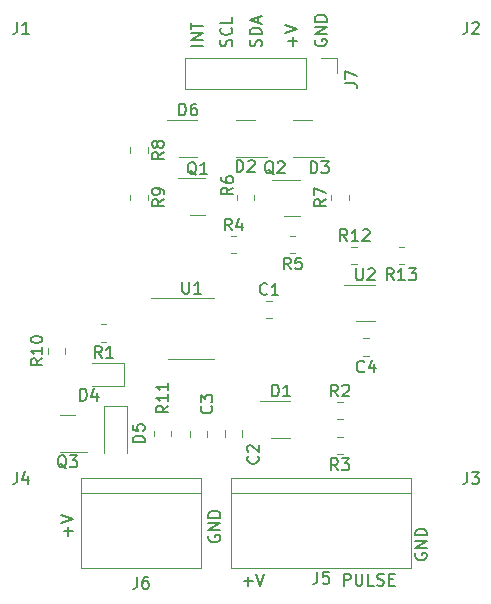
<source format=gbr>
%TF.GenerationSoftware,KiCad,Pcbnew,7.0.5*%
%TF.CreationDate,2023-09-16T15:22:35-07:00*%
%TF.ProjectId,PulseCounterI2C,50756c73-6543-46f7-956e-746572493243,rev?*%
%TF.SameCoordinates,Original*%
%TF.FileFunction,Legend,Top*%
%TF.FilePolarity,Positive*%
%FSLAX46Y46*%
G04 Gerber Fmt 4.6, Leading zero omitted, Abs format (unit mm)*
G04 Created by KiCad (PCBNEW 7.0.5) date 2023-09-16 15:22:35*
%MOMM*%
%LPD*%
G01*
G04 APERTURE LIST*
%ADD10C,0.150000*%
%ADD11C,0.120000*%
G04 APERTURE END LIST*
D10*
X142917438Y-102639411D02*
X142869819Y-102734649D01*
X142869819Y-102734649D02*
X142869819Y-102877506D01*
X142869819Y-102877506D02*
X142917438Y-103020363D01*
X142917438Y-103020363D02*
X143012676Y-103115601D01*
X143012676Y-103115601D02*
X143107914Y-103163220D01*
X143107914Y-103163220D02*
X143298390Y-103210839D01*
X143298390Y-103210839D02*
X143441247Y-103210839D01*
X143441247Y-103210839D02*
X143631723Y-103163220D01*
X143631723Y-103163220D02*
X143726961Y-103115601D01*
X143726961Y-103115601D02*
X143822200Y-103020363D01*
X143822200Y-103020363D02*
X143869819Y-102877506D01*
X143869819Y-102877506D02*
X143869819Y-102782268D01*
X143869819Y-102782268D02*
X143822200Y-102639411D01*
X143822200Y-102639411D02*
X143774580Y-102591792D01*
X143774580Y-102591792D02*
X143441247Y-102591792D01*
X143441247Y-102591792D02*
X143441247Y-102782268D01*
X143869819Y-102163220D02*
X142869819Y-102163220D01*
X142869819Y-102163220D02*
X143869819Y-101591792D01*
X143869819Y-101591792D02*
X142869819Y-101591792D01*
X143869819Y-101115601D02*
X142869819Y-101115601D01*
X142869819Y-101115601D02*
X142869819Y-100877506D01*
X142869819Y-100877506D02*
X142917438Y-100734649D01*
X142917438Y-100734649D02*
X143012676Y-100639411D01*
X143012676Y-100639411D02*
X143107914Y-100591792D01*
X143107914Y-100591792D02*
X143298390Y-100544173D01*
X143298390Y-100544173D02*
X143441247Y-100544173D01*
X143441247Y-100544173D02*
X143631723Y-100591792D01*
X143631723Y-100591792D02*
X143726961Y-100639411D01*
X143726961Y-100639411D02*
X143822200Y-100734649D01*
X143822200Y-100734649D02*
X143869819Y-100877506D01*
X143869819Y-100877506D02*
X143869819Y-101115601D01*
X130988866Y-102663220D02*
X130988866Y-101901316D01*
X131369819Y-102282268D02*
X130607914Y-102282268D01*
X130369819Y-101567982D02*
X131369819Y-101234649D01*
X131369819Y-101234649D02*
X130369819Y-100901316D01*
X144822200Y-61210839D02*
X144869819Y-61067982D01*
X144869819Y-61067982D02*
X144869819Y-60829887D01*
X144869819Y-60829887D02*
X144822200Y-60734649D01*
X144822200Y-60734649D02*
X144774580Y-60687030D01*
X144774580Y-60687030D02*
X144679342Y-60639411D01*
X144679342Y-60639411D02*
X144584104Y-60639411D01*
X144584104Y-60639411D02*
X144488866Y-60687030D01*
X144488866Y-60687030D02*
X144441247Y-60734649D01*
X144441247Y-60734649D02*
X144393628Y-60829887D01*
X144393628Y-60829887D02*
X144346009Y-61020363D01*
X144346009Y-61020363D02*
X144298390Y-61115601D01*
X144298390Y-61115601D02*
X144250771Y-61163220D01*
X144250771Y-61163220D02*
X144155533Y-61210839D01*
X144155533Y-61210839D02*
X144060295Y-61210839D01*
X144060295Y-61210839D02*
X143965057Y-61163220D01*
X143965057Y-61163220D02*
X143917438Y-61115601D01*
X143917438Y-61115601D02*
X143869819Y-61020363D01*
X143869819Y-61020363D02*
X143869819Y-60782268D01*
X143869819Y-60782268D02*
X143917438Y-60639411D01*
X144774580Y-59639411D02*
X144822200Y-59687030D01*
X144822200Y-59687030D02*
X144869819Y-59829887D01*
X144869819Y-59829887D02*
X144869819Y-59925125D01*
X144869819Y-59925125D02*
X144822200Y-60067982D01*
X144822200Y-60067982D02*
X144726961Y-60163220D01*
X144726961Y-60163220D02*
X144631723Y-60210839D01*
X144631723Y-60210839D02*
X144441247Y-60258458D01*
X144441247Y-60258458D02*
X144298390Y-60258458D01*
X144298390Y-60258458D02*
X144107914Y-60210839D01*
X144107914Y-60210839D02*
X144012676Y-60163220D01*
X144012676Y-60163220D02*
X143917438Y-60067982D01*
X143917438Y-60067982D02*
X143869819Y-59925125D01*
X143869819Y-59925125D02*
X143869819Y-59829887D01*
X143869819Y-59829887D02*
X143917438Y-59687030D01*
X143917438Y-59687030D02*
X143965057Y-59639411D01*
X144869819Y-58734649D02*
X144869819Y-59210839D01*
X144869819Y-59210839D02*
X143869819Y-59210839D01*
X151917438Y-60639411D02*
X151869819Y-60734649D01*
X151869819Y-60734649D02*
X151869819Y-60877506D01*
X151869819Y-60877506D02*
X151917438Y-61020363D01*
X151917438Y-61020363D02*
X152012676Y-61115601D01*
X152012676Y-61115601D02*
X152107914Y-61163220D01*
X152107914Y-61163220D02*
X152298390Y-61210839D01*
X152298390Y-61210839D02*
X152441247Y-61210839D01*
X152441247Y-61210839D02*
X152631723Y-61163220D01*
X152631723Y-61163220D02*
X152726961Y-61115601D01*
X152726961Y-61115601D02*
X152822200Y-61020363D01*
X152822200Y-61020363D02*
X152869819Y-60877506D01*
X152869819Y-60877506D02*
X152869819Y-60782268D01*
X152869819Y-60782268D02*
X152822200Y-60639411D01*
X152822200Y-60639411D02*
X152774580Y-60591792D01*
X152774580Y-60591792D02*
X152441247Y-60591792D01*
X152441247Y-60591792D02*
X152441247Y-60782268D01*
X152869819Y-60163220D02*
X151869819Y-60163220D01*
X151869819Y-60163220D02*
X152869819Y-59591792D01*
X152869819Y-59591792D02*
X151869819Y-59591792D01*
X152869819Y-59115601D02*
X151869819Y-59115601D01*
X151869819Y-59115601D02*
X151869819Y-58877506D01*
X151869819Y-58877506D02*
X151917438Y-58734649D01*
X151917438Y-58734649D02*
X152012676Y-58639411D01*
X152012676Y-58639411D02*
X152107914Y-58591792D01*
X152107914Y-58591792D02*
X152298390Y-58544173D01*
X152298390Y-58544173D02*
X152441247Y-58544173D01*
X152441247Y-58544173D02*
X152631723Y-58591792D01*
X152631723Y-58591792D02*
X152726961Y-58639411D01*
X152726961Y-58639411D02*
X152822200Y-58734649D01*
X152822200Y-58734649D02*
X152869819Y-58877506D01*
X152869819Y-58877506D02*
X152869819Y-59115601D01*
X154336779Y-106869819D02*
X154336779Y-105869819D01*
X154336779Y-105869819D02*
X154717731Y-105869819D01*
X154717731Y-105869819D02*
X154812969Y-105917438D01*
X154812969Y-105917438D02*
X154860588Y-105965057D01*
X154860588Y-105965057D02*
X154908207Y-106060295D01*
X154908207Y-106060295D02*
X154908207Y-106203152D01*
X154908207Y-106203152D02*
X154860588Y-106298390D01*
X154860588Y-106298390D02*
X154812969Y-106346009D01*
X154812969Y-106346009D02*
X154717731Y-106393628D01*
X154717731Y-106393628D02*
X154336779Y-106393628D01*
X155336779Y-105869819D02*
X155336779Y-106679342D01*
X155336779Y-106679342D02*
X155384398Y-106774580D01*
X155384398Y-106774580D02*
X155432017Y-106822200D01*
X155432017Y-106822200D02*
X155527255Y-106869819D01*
X155527255Y-106869819D02*
X155717731Y-106869819D01*
X155717731Y-106869819D02*
X155812969Y-106822200D01*
X155812969Y-106822200D02*
X155860588Y-106774580D01*
X155860588Y-106774580D02*
X155908207Y-106679342D01*
X155908207Y-106679342D02*
X155908207Y-105869819D01*
X156860588Y-106869819D02*
X156384398Y-106869819D01*
X156384398Y-106869819D02*
X156384398Y-105869819D01*
X157146303Y-106822200D02*
X157289160Y-106869819D01*
X157289160Y-106869819D02*
X157527255Y-106869819D01*
X157527255Y-106869819D02*
X157622493Y-106822200D01*
X157622493Y-106822200D02*
X157670112Y-106774580D01*
X157670112Y-106774580D02*
X157717731Y-106679342D01*
X157717731Y-106679342D02*
X157717731Y-106584104D01*
X157717731Y-106584104D02*
X157670112Y-106488866D01*
X157670112Y-106488866D02*
X157622493Y-106441247D01*
X157622493Y-106441247D02*
X157527255Y-106393628D01*
X157527255Y-106393628D02*
X157336779Y-106346009D01*
X157336779Y-106346009D02*
X157241541Y-106298390D01*
X157241541Y-106298390D02*
X157193922Y-106250771D01*
X157193922Y-106250771D02*
X157146303Y-106155533D01*
X157146303Y-106155533D02*
X157146303Y-106060295D01*
X157146303Y-106060295D02*
X157193922Y-105965057D01*
X157193922Y-105965057D02*
X157241541Y-105917438D01*
X157241541Y-105917438D02*
X157336779Y-105869819D01*
X157336779Y-105869819D02*
X157574874Y-105869819D01*
X157574874Y-105869819D02*
X157717731Y-105917438D01*
X158146303Y-106346009D02*
X158479636Y-106346009D01*
X158622493Y-106869819D02*
X158146303Y-106869819D01*
X158146303Y-106869819D02*
X158146303Y-105869819D01*
X158146303Y-105869819D02*
X158622493Y-105869819D01*
X145836779Y-106488866D02*
X146598684Y-106488866D01*
X146217731Y-106869819D02*
X146217731Y-106107914D01*
X146932017Y-105869819D02*
X147265350Y-106869819D01*
X147265350Y-106869819D02*
X147598683Y-105869819D01*
X142369819Y-61163220D02*
X141369819Y-61163220D01*
X142369819Y-60687030D02*
X141369819Y-60687030D01*
X141369819Y-60687030D02*
X142369819Y-60115602D01*
X142369819Y-60115602D02*
X141369819Y-60115602D01*
X141369819Y-59782268D02*
X141369819Y-59210840D01*
X142369819Y-59496554D02*
X141369819Y-59496554D01*
X147322200Y-61210839D02*
X147369819Y-61067982D01*
X147369819Y-61067982D02*
X147369819Y-60829887D01*
X147369819Y-60829887D02*
X147322200Y-60734649D01*
X147322200Y-60734649D02*
X147274580Y-60687030D01*
X147274580Y-60687030D02*
X147179342Y-60639411D01*
X147179342Y-60639411D02*
X147084104Y-60639411D01*
X147084104Y-60639411D02*
X146988866Y-60687030D01*
X146988866Y-60687030D02*
X146941247Y-60734649D01*
X146941247Y-60734649D02*
X146893628Y-60829887D01*
X146893628Y-60829887D02*
X146846009Y-61020363D01*
X146846009Y-61020363D02*
X146798390Y-61115601D01*
X146798390Y-61115601D02*
X146750771Y-61163220D01*
X146750771Y-61163220D02*
X146655533Y-61210839D01*
X146655533Y-61210839D02*
X146560295Y-61210839D01*
X146560295Y-61210839D02*
X146465057Y-61163220D01*
X146465057Y-61163220D02*
X146417438Y-61115601D01*
X146417438Y-61115601D02*
X146369819Y-61020363D01*
X146369819Y-61020363D02*
X146369819Y-60782268D01*
X146369819Y-60782268D02*
X146417438Y-60639411D01*
X147369819Y-60210839D02*
X146369819Y-60210839D01*
X146369819Y-60210839D02*
X146369819Y-59972744D01*
X146369819Y-59972744D02*
X146417438Y-59829887D01*
X146417438Y-59829887D02*
X146512676Y-59734649D01*
X146512676Y-59734649D02*
X146607914Y-59687030D01*
X146607914Y-59687030D02*
X146798390Y-59639411D01*
X146798390Y-59639411D02*
X146941247Y-59639411D01*
X146941247Y-59639411D02*
X147131723Y-59687030D01*
X147131723Y-59687030D02*
X147226961Y-59734649D01*
X147226961Y-59734649D02*
X147322200Y-59829887D01*
X147322200Y-59829887D02*
X147369819Y-59972744D01*
X147369819Y-59972744D02*
X147369819Y-60210839D01*
X147084104Y-59258458D02*
X147084104Y-58782268D01*
X147369819Y-59353696D02*
X146369819Y-59020363D01*
X146369819Y-59020363D02*
X147369819Y-58687030D01*
X160417438Y-104139411D02*
X160369819Y-104234649D01*
X160369819Y-104234649D02*
X160369819Y-104377506D01*
X160369819Y-104377506D02*
X160417438Y-104520363D01*
X160417438Y-104520363D02*
X160512676Y-104615601D01*
X160512676Y-104615601D02*
X160607914Y-104663220D01*
X160607914Y-104663220D02*
X160798390Y-104710839D01*
X160798390Y-104710839D02*
X160941247Y-104710839D01*
X160941247Y-104710839D02*
X161131723Y-104663220D01*
X161131723Y-104663220D02*
X161226961Y-104615601D01*
X161226961Y-104615601D02*
X161322200Y-104520363D01*
X161322200Y-104520363D02*
X161369819Y-104377506D01*
X161369819Y-104377506D02*
X161369819Y-104282268D01*
X161369819Y-104282268D02*
X161322200Y-104139411D01*
X161322200Y-104139411D02*
X161274580Y-104091792D01*
X161274580Y-104091792D02*
X160941247Y-104091792D01*
X160941247Y-104091792D02*
X160941247Y-104282268D01*
X161369819Y-103663220D02*
X160369819Y-103663220D01*
X160369819Y-103663220D02*
X161369819Y-103091792D01*
X161369819Y-103091792D02*
X160369819Y-103091792D01*
X161369819Y-102615601D02*
X160369819Y-102615601D01*
X160369819Y-102615601D02*
X160369819Y-102377506D01*
X160369819Y-102377506D02*
X160417438Y-102234649D01*
X160417438Y-102234649D02*
X160512676Y-102139411D01*
X160512676Y-102139411D02*
X160607914Y-102091792D01*
X160607914Y-102091792D02*
X160798390Y-102044173D01*
X160798390Y-102044173D02*
X160941247Y-102044173D01*
X160941247Y-102044173D02*
X161131723Y-102091792D01*
X161131723Y-102091792D02*
X161226961Y-102139411D01*
X161226961Y-102139411D02*
X161322200Y-102234649D01*
X161322200Y-102234649D02*
X161369819Y-102377506D01*
X161369819Y-102377506D02*
X161369819Y-102615601D01*
X149988866Y-61163220D02*
X149988866Y-60401316D01*
X150369819Y-60782268D02*
X149607914Y-60782268D01*
X149369819Y-60067982D02*
X150369819Y-59734649D01*
X150369819Y-59734649D02*
X149369819Y-59401316D01*
%TO.C,R10*%
X128804819Y-87642857D02*
X128328628Y-87976190D01*
X128804819Y-88214285D02*
X127804819Y-88214285D01*
X127804819Y-88214285D02*
X127804819Y-87833333D01*
X127804819Y-87833333D02*
X127852438Y-87738095D01*
X127852438Y-87738095D02*
X127900057Y-87690476D01*
X127900057Y-87690476D02*
X127995295Y-87642857D01*
X127995295Y-87642857D02*
X128138152Y-87642857D01*
X128138152Y-87642857D02*
X128233390Y-87690476D01*
X128233390Y-87690476D02*
X128281009Y-87738095D01*
X128281009Y-87738095D02*
X128328628Y-87833333D01*
X128328628Y-87833333D02*
X128328628Y-88214285D01*
X128804819Y-86690476D02*
X128804819Y-87261904D01*
X128804819Y-86976190D02*
X127804819Y-86976190D01*
X127804819Y-86976190D02*
X127947676Y-87071428D01*
X127947676Y-87071428D02*
X128042914Y-87166666D01*
X128042914Y-87166666D02*
X128090533Y-87261904D01*
X127804819Y-86071428D02*
X127804819Y-85976190D01*
X127804819Y-85976190D02*
X127852438Y-85880952D01*
X127852438Y-85880952D02*
X127900057Y-85833333D01*
X127900057Y-85833333D02*
X127995295Y-85785714D01*
X127995295Y-85785714D02*
X128185771Y-85738095D01*
X128185771Y-85738095D02*
X128423866Y-85738095D01*
X128423866Y-85738095D02*
X128614342Y-85785714D01*
X128614342Y-85785714D02*
X128709580Y-85833333D01*
X128709580Y-85833333D02*
X128757200Y-85880952D01*
X128757200Y-85880952D02*
X128804819Y-85976190D01*
X128804819Y-85976190D02*
X128804819Y-86071428D01*
X128804819Y-86071428D02*
X128757200Y-86166666D01*
X128757200Y-86166666D02*
X128709580Y-86214285D01*
X128709580Y-86214285D02*
X128614342Y-86261904D01*
X128614342Y-86261904D02*
X128423866Y-86309523D01*
X128423866Y-86309523D02*
X128185771Y-86309523D01*
X128185771Y-86309523D02*
X127995295Y-86261904D01*
X127995295Y-86261904D02*
X127900057Y-86214285D01*
X127900057Y-86214285D02*
X127852438Y-86166666D01*
X127852438Y-86166666D02*
X127804819Y-86071428D01*
%TO.C,Q3*%
X130842261Y-96950057D02*
X130747023Y-96902438D01*
X130747023Y-96902438D02*
X130651785Y-96807200D01*
X130651785Y-96807200D02*
X130508928Y-96664342D01*
X130508928Y-96664342D02*
X130413690Y-96616723D01*
X130413690Y-96616723D02*
X130318452Y-96616723D01*
X130366071Y-96854819D02*
X130270833Y-96807200D01*
X130270833Y-96807200D02*
X130175595Y-96711961D01*
X130175595Y-96711961D02*
X130127976Y-96521485D01*
X130127976Y-96521485D02*
X130127976Y-96188152D01*
X130127976Y-96188152D02*
X130175595Y-95997676D01*
X130175595Y-95997676D02*
X130270833Y-95902438D01*
X130270833Y-95902438D02*
X130366071Y-95854819D01*
X130366071Y-95854819D02*
X130556547Y-95854819D01*
X130556547Y-95854819D02*
X130651785Y-95902438D01*
X130651785Y-95902438D02*
X130747023Y-95997676D01*
X130747023Y-95997676D02*
X130794642Y-96188152D01*
X130794642Y-96188152D02*
X130794642Y-96521485D01*
X130794642Y-96521485D02*
X130747023Y-96711961D01*
X130747023Y-96711961D02*
X130651785Y-96807200D01*
X130651785Y-96807200D02*
X130556547Y-96854819D01*
X130556547Y-96854819D02*
X130366071Y-96854819D01*
X131127976Y-95854819D02*
X131747023Y-95854819D01*
X131747023Y-95854819D02*
X131413690Y-96235771D01*
X131413690Y-96235771D02*
X131556547Y-96235771D01*
X131556547Y-96235771D02*
X131651785Y-96283390D01*
X131651785Y-96283390D02*
X131699404Y-96331009D01*
X131699404Y-96331009D02*
X131747023Y-96426247D01*
X131747023Y-96426247D02*
X131747023Y-96664342D01*
X131747023Y-96664342D02*
X131699404Y-96759580D01*
X131699404Y-96759580D02*
X131651785Y-96807200D01*
X131651785Y-96807200D02*
X131556547Y-96854819D01*
X131556547Y-96854819D02*
X131270833Y-96854819D01*
X131270833Y-96854819D02*
X131175595Y-96807200D01*
X131175595Y-96807200D02*
X131127976Y-96759580D01*
%TO.C,Q2*%
X148404761Y-72050057D02*
X148309523Y-72002438D01*
X148309523Y-72002438D02*
X148214285Y-71907200D01*
X148214285Y-71907200D02*
X148071428Y-71764342D01*
X148071428Y-71764342D02*
X147976190Y-71716723D01*
X147976190Y-71716723D02*
X147880952Y-71716723D01*
X147928571Y-71954819D02*
X147833333Y-71907200D01*
X147833333Y-71907200D02*
X147738095Y-71811961D01*
X147738095Y-71811961D02*
X147690476Y-71621485D01*
X147690476Y-71621485D02*
X147690476Y-71288152D01*
X147690476Y-71288152D02*
X147738095Y-71097676D01*
X147738095Y-71097676D02*
X147833333Y-71002438D01*
X147833333Y-71002438D02*
X147928571Y-70954819D01*
X147928571Y-70954819D02*
X148119047Y-70954819D01*
X148119047Y-70954819D02*
X148214285Y-71002438D01*
X148214285Y-71002438D02*
X148309523Y-71097676D01*
X148309523Y-71097676D02*
X148357142Y-71288152D01*
X148357142Y-71288152D02*
X148357142Y-71621485D01*
X148357142Y-71621485D02*
X148309523Y-71811961D01*
X148309523Y-71811961D02*
X148214285Y-71907200D01*
X148214285Y-71907200D02*
X148119047Y-71954819D01*
X148119047Y-71954819D02*
X147928571Y-71954819D01*
X148738095Y-71050057D02*
X148785714Y-71002438D01*
X148785714Y-71002438D02*
X148880952Y-70954819D01*
X148880952Y-70954819D02*
X149119047Y-70954819D01*
X149119047Y-70954819D02*
X149214285Y-71002438D01*
X149214285Y-71002438D02*
X149261904Y-71050057D01*
X149261904Y-71050057D02*
X149309523Y-71145295D01*
X149309523Y-71145295D02*
X149309523Y-71240533D01*
X149309523Y-71240533D02*
X149261904Y-71383390D01*
X149261904Y-71383390D02*
X148690476Y-71954819D01*
X148690476Y-71954819D02*
X149309523Y-71954819D01*
%TO.C,C2*%
X147039580Y-95916666D02*
X147087200Y-95964285D01*
X147087200Y-95964285D02*
X147134819Y-96107142D01*
X147134819Y-96107142D02*
X147134819Y-96202380D01*
X147134819Y-96202380D02*
X147087200Y-96345237D01*
X147087200Y-96345237D02*
X146991961Y-96440475D01*
X146991961Y-96440475D02*
X146896723Y-96488094D01*
X146896723Y-96488094D02*
X146706247Y-96535713D01*
X146706247Y-96535713D02*
X146563390Y-96535713D01*
X146563390Y-96535713D02*
X146372914Y-96488094D01*
X146372914Y-96488094D02*
X146277676Y-96440475D01*
X146277676Y-96440475D02*
X146182438Y-96345237D01*
X146182438Y-96345237D02*
X146134819Y-96202380D01*
X146134819Y-96202380D02*
X146134819Y-96107142D01*
X146134819Y-96107142D02*
X146182438Y-95964285D01*
X146182438Y-95964285D02*
X146230057Y-95916666D01*
X146230057Y-95535713D02*
X146182438Y-95488094D01*
X146182438Y-95488094D02*
X146134819Y-95392856D01*
X146134819Y-95392856D02*
X146134819Y-95154761D01*
X146134819Y-95154761D02*
X146182438Y-95059523D01*
X146182438Y-95059523D02*
X146230057Y-95011904D01*
X146230057Y-95011904D02*
X146325295Y-94964285D01*
X146325295Y-94964285D02*
X146420533Y-94964285D01*
X146420533Y-94964285D02*
X146563390Y-95011904D01*
X146563390Y-95011904D02*
X147134819Y-95583332D01*
X147134819Y-95583332D02*
X147134819Y-94964285D01*
%TO.C,D4*%
X132011905Y-91204819D02*
X132011905Y-90204819D01*
X132011905Y-90204819D02*
X132250000Y-90204819D01*
X132250000Y-90204819D02*
X132392857Y-90252438D01*
X132392857Y-90252438D02*
X132488095Y-90347676D01*
X132488095Y-90347676D02*
X132535714Y-90442914D01*
X132535714Y-90442914D02*
X132583333Y-90633390D01*
X132583333Y-90633390D02*
X132583333Y-90776247D01*
X132583333Y-90776247D02*
X132535714Y-90966723D01*
X132535714Y-90966723D02*
X132488095Y-91061961D01*
X132488095Y-91061961D02*
X132392857Y-91157200D01*
X132392857Y-91157200D02*
X132250000Y-91204819D01*
X132250000Y-91204819D02*
X132011905Y-91204819D01*
X133440476Y-90538152D02*
X133440476Y-91204819D01*
X133202381Y-90157200D02*
X132964286Y-90871485D01*
X132964286Y-90871485D02*
X133583333Y-90871485D01*
%TO.C,R4*%
X144833333Y-76804819D02*
X144500000Y-76328628D01*
X144261905Y-76804819D02*
X144261905Y-75804819D01*
X144261905Y-75804819D02*
X144642857Y-75804819D01*
X144642857Y-75804819D02*
X144738095Y-75852438D01*
X144738095Y-75852438D02*
X144785714Y-75900057D01*
X144785714Y-75900057D02*
X144833333Y-75995295D01*
X144833333Y-75995295D02*
X144833333Y-76138152D01*
X144833333Y-76138152D02*
X144785714Y-76233390D01*
X144785714Y-76233390D02*
X144738095Y-76281009D01*
X144738095Y-76281009D02*
X144642857Y-76328628D01*
X144642857Y-76328628D02*
X144261905Y-76328628D01*
X145690476Y-76138152D02*
X145690476Y-76804819D01*
X145452381Y-75757200D02*
X145214286Y-76471485D01*
X145214286Y-76471485D02*
X145833333Y-76471485D01*
%TO.C,J2*%
X164766666Y-59154819D02*
X164766666Y-59869104D01*
X164766666Y-59869104D02*
X164719047Y-60011961D01*
X164719047Y-60011961D02*
X164623809Y-60107200D01*
X164623809Y-60107200D02*
X164480952Y-60154819D01*
X164480952Y-60154819D02*
X164385714Y-60154819D01*
X165195238Y-59250057D02*
X165242857Y-59202438D01*
X165242857Y-59202438D02*
X165338095Y-59154819D01*
X165338095Y-59154819D02*
X165576190Y-59154819D01*
X165576190Y-59154819D02*
X165671428Y-59202438D01*
X165671428Y-59202438D02*
X165719047Y-59250057D01*
X165719047Y-59250057D02*
X165766666Y-59345295D01*
X165766666Y-59345295D02*
X165766666Y-59440533D01*
X165766666Y-59440533D02*
X165719047Y-59583390D01*
X165719047Y-59583390D02*
X165147619Y-60154819D01*
X165147619Y-60154819D02*
X165766666Y-60154819D01*
%TO.C,D1*%
X148261905Y-90854819D02*
X148261905Y-89854819D01*
X148261905Y-89854819D02*
X148500000Y-89854819D01*
X148500000Y-89854819D02*
X148642857Y-89902438D01*
X148642857Y-89902438D02*
X148738095Y-89997676D01*
X148738095Y-89997676D02*
X148785714Y-90092914D01*
X148785714Y-90092914D02*
X148833333Y-90283390D01*
X148833333Y-90283390D02*
X148833333Y-90426247D01*
X148833333Y-90426247D02*
X148785714Y-90616723D01*
X148785714Y-90616723D02*
X148738095Y-90711961D01*
X148738095Y-90711961D02*
X148642857Y-90807200D01*
X148642857Y-90807200D02*
X148500000Y-90854819D01*
X148500000Y-90854819D02*
X148261905Y-90854819D01*
X149785714Y-90854819D02*
X149214286Y-90854819D01*
X149500000Y-90854819D02*
X149500000Y-89854819D01*
X149500000Y-89854819D02*
X149404762Y-89997676D01*
X149404762Y-89997676D02*
X149309524Y-90092914D01*
X149309524Y-90092914D02*
X149214286Y-90140533D01*
%TO.C,C4*%
X156058333Y-88719580D02*
X156010714Y-88767200D01*
X156010714Y-88767200D02*
X155867857Y-88814819D01*
X155867857Y-88814819D02*
X155772619Y-88814819D01*
X155772619Y-88814819D02*
X155629762Y-88767200D01*
X155629762Y-88767200D02*
X155534524Y-88671961D01*
X155534524Y-88671961D02*
X155486905Y-88576723D01*
X155486905Y-88576723D02*
X155439286Y-88386247D01*
X155439286Y-88386247D02*
X155439286Y-88243390D01*
X155439286Y-88243390D02*
X155486905Y-88052914D01*
X155486905Y-88052914D02*
X155534524Y-87957676D01*
X155534524Y-87957676D02*
X155629762Y-87862438D01*
X155629762Y-87862438D02*
X155772619Y-87814819D01*
X155772619Y-87814819D02*
X155867857Y-87814819D01*
X155867857Y-87814819D02*
X156010714Y-87862438D01*
X156010714Y-87862438D02*
X156058333Y-87910057D01*
X156915476Y-88148152D02*
X156915476Y-88814819D01*
X156677381Y-87767200D02*
X156439286Y-88481485D01*
X156439286Y-88481485D02*
X157058333Y-88481485D01*
%TO.C,J4*%
X126666666Y-97254819D02*
X126666666Y-97969104D01*
X126666666Y-97969104D02*
X126619047Y-98111961D01*
X126619047Y-98111961D02*
X126523809Y-98207200D01*
X126523809Y-98207200D02*
X126380952Y-98254819D01*
X126380952Y-98254819D02*
X126285714Y-98254819D01*
X127571428Y-97588152D02*
X127571428Y-98254819D01*
X127333333Y-97207200D02*
X127095238Y-97921485D01*
X127095238Y-97921485D02*
X127714285Y-97921485D01*
%TO.C,R6*%
X144954819Y-73166666D02*
X144478628Y-73499999D01*
X144954819Y-73738094D02*
X143954819Y-73738094D01*
X143954819Y-73738094D02*
X143954819Y-73357142D01*
X143954819Y-73357142D02*
X144002438Y-73261904D01*
X144002438Y-73261904D02*
X144050057Y-73214285D01*
X144050057Y-73214285D02*
X144145295Y-73166666D01*
X144145295Y-73166666D02*
X144288152Y-73166666D01*
X144288152Y-73166666D02*
X144383390Y-73214285D01*
X144383390Y-73214285D02*
X144431009Y-73261904D01*
X144431009Y-73261904D02*
X144478628Y-73357142D01*
X144478628Y-73357142D02*
X144478628Y-73738094D01*
X143954819Y-72309523D02*
X143954819Y-72499999D01*
X143954819Y-72499999D02*
X144002438Y-72595237D01*
X144002438Y-72595237D02*
X144050057Y-72642856D01*
X144050057Y-72642856D02*
X144192914Y-72738094D01*
X144192914Y-72738094D02*
X144383390Y-72785713D01*
X144383390Y-72785713D02*
X144764342Y-72785713D01*
X144764342Y-72785713D02*
X144859580Y-72738094D01*
X144859580Y-72738094D02*
X144907200Y-72690475D01*
X144907200Y-72690475D02*
X144954819Y-72595237D01*
X144954819Y-72595237D02*
X144954819Y-72404761D01*
X144954819Y-72404761D02*
X144907200Y-72309523D01*
X144907200Y-72309523D02*
X144859580Y-72261904D01*
X144859580Y-72261904D02*
X144764342Y-72214285D01*
X144764342Y-72214285D02*
X144526247Y-72214285D01*
X144526247Y-72214285D02*
X144431009Y-72261904D01*
X144431009Y-72261904D02*
X144383390Y-72309523D01*
X144383390Y-72309523D02*
X144335771Y-72404761D01*
X144335771Y-72404761D02*
X144335771Y-72595237D01*
X144335771Y-72595237D02*
X144383390Y-72690475D01*
X144383390Y-72690475D02*
X144431009Y-72738094D01*
X144431009Y-72738094D02*
X144526247Y-72785713D01*
%TO.C,U1*%
X140663095Y-81149819D02*
X140663095Y-81959342D01*
X140663095Y-81959342D02*
X140710714Y-82054580D01*
X140710714Y-82054580D02*
X140758333Y-82102200D01*
X140758333Y-82102200D02*
X140853571Y-82149819D01*
X140853571Y-82149819D02*
X141044047Y-82149819D01*
X141044047Y-82149819D02*
X141139285Y-82102200D01*
X141139285Y-82102200D02*
X141186904Y-82054580D01*
X141186904Y-82054580D02*
X141234523Y-81959342D01*
X141234523Y-81959342D02*
X141234523Y-81149819D01*
X142234523Y-82149819D02*
X141663095Y-82149819D01*
X141948809Y-82149819D02*
X141948809Y-81149819D01*
X141948809Y-81149819D02*
X141853571Y-81292676D01*
X141853571Y-81292676D02*
X141758333Y-81387914D01*
X141758333Y-81387914D02*
X141663095Y-81435533D01*
%TO.C,C1*%
X147833333Y-82174580D02*
X147785714Y-82222200D01*
X147785714Y-82222200D02*
X147642857Y-82269819D01*
X147642857Y-82269819D02*
X147547619Y-82269819D01*
X147547619Y-82269819D02*
X147404762Y-82222200D01*
X147404762Y-82222200D02*
X147309524Y-82126961D01*
X147309524Y-82126961D02*
X147261905Y-82031723D01*
X147261905Y-82031723D02*
X147214286Y-81841247D01*
X147214286Y-81841247D02*
X147214286Y-81698390D01*
X147214286Y-81698390D02*
X147261905Y-81507914D01*
X147261905Y-81507914D02*
X147309524Y-81412676D01*
X147309524Y-81412676D02*
X147404762Y-81317438D01*
X147404762Y-81317438D02*
X147547619Y-81269819D01*
X147547619Y-81269819D02*
X147642857Y-81269819D01*
X147642857Y-81269819D02*
X147785714Y-81317438D01*
X147785714Y-81317438D02*
X147833333Y-81365057D01*
X148785714Y-82269819D02*
X148214286Y-82269819D01*
X148500000Y-82269819D02*
X148500000Y-81269819D01*
X148500000Y-81269819D02*
X148404762Y-81412676D01*
X148404762Y-81412676D02*
X148309524Y-81507914D01*
X148309524Y-81507914D02*
X148214286Y-81555533D01*
%TO.C,R13*%
X158544642Y-81004819D02*
X158211309Y-80528628D01*
X157973214Y-81004819D02*
X157973214Y-80004819D01*
X157973214Y-80004819D02*
X158354166Y-80004819D01*
X158354166Y-80004819D02*
X158449404Y-80052438D01*
X158449404Y-80052438D02*
X158497023Y-80100057D01*
X158497023Y-80100057D02*
X158544642Y-80195295D01*
X158544642Y-80195295D02*
X158544642Y-80338152D01*
X158544642Y-80338152D02*
X158497023Y-80433390D01*
X158497023Y-80433390D02*
X158449404Y-80481009D01*
X158449404Y-80481009D02*
X158354166Y-80528628D01*
X158354166Y-80528628D02*
X157973214Y-80528628D01*
X159497023Y-81004819D02*
X158925595Y-81004819D01*
X159211309Y-81004819D02*
X159211309Y-80004819D01*
X159211309Y-80004819D02*
X159116071Y-80147676D01*
X159116071Y-80147676D02*
X159020833Y-80242914D01*
X159020833Y-80242914D02*
X158925595Y-80290533D01*
X159830357Y-80004819D02*
X160449404Y-80004819D01*
X160449404Y-80004819D02*
X160116071Y-80385771D01*
X160116071Y-80385771D02*
X160258928Y-80385771D01*
X160258928Y-80385771D02*
X160354166Y-80433390D01*
X160354166Y-80433390D02*
X160401785Y-80481009D01*
X160401785Y-80481009D02*
X160449404Y-80576247D01*
X160449404Y-80576247D02*
X160449404Y-80814342D01*
X160449404Y-80814342D02*
X160401785Y-80909580D01*
X160401785Y-80909580D02*
X160354166Y-80957200D01*
X160354166Y-80957200D02*
X160258928Y-81004819D01*
X160258928Y-81004819D02*
X159973214Y-81004819D01*
X159973214Y-81004819D02*
X159877976Y-80957200D01*
X159877976Y-80957200D02*
X159830357Y-80909580D01*
%TO.C,D5*%
X137454819Y-94738094D02*
X136454819Y-94738094D01*
X136454819Y-94738094D02*
X136454819Y-94499999D01*
X136454819Y-94499999D02*
X136502438Y-94357142D01*
X136502438Y-94357142D02*
X136597676Y-94261904D01*
X136597676Y-94261904D02*
X136692914Y-94214285D01*
X136692914Y-94214285D02*
X136883390Y-94166666D01*
X136883390Y-94166666D02*
X137026247Y-94166666D01*
X137026247Y-94166666D02*
X137216723Y-94214285D01*
X137216723Y-94214285D02*
X137311961Y-94261904D01*
X137311961Y-94261904D02*
X137407200Y-94357142D01*
X137407200Y-94357142D02*
X137454819Y-94499999D01*
X137454819Y-94499999D02*
X137454819Y-94738094D01*
X136454819Y-93261904D02*
X136454819Y-93738094D01*
X136454819Y-93738094D02*
X136931009Y-93785713D01*
X136931009Y-93785713D02*
X136883390Y-93738094D01*
X136883390Y-93738094D02*
X136835771Y-93642856D01*
X136835771Y-93642856D02*
X136835771Y-93404761D01*
X136835771Y-93404761D02*
X136883390Y-93309523D01*
X136883390Y-93309523D02*
X136931009Y-93261904D01*
X136931009Y-93261904D02*
X137026247Y-93214285D01*
X137026247Y-93214285D02*
X137264342Y-93214285D01*
X137264342Y-93214285D02*
X137359580Y-93261904D01*
X137359580Y-93261904D02*
X137407200Y-93309523D01*
X137407200Y-93309523D02*
X137454819Y-93404761D01*
X137454819Y-93404761D02*
X137454819Y-93642856D01*
X137454819Y-93642856D02*
X137407200Y-93738094D01*
X137407200Y-93738094D02*
X137359580Y-93785713D01*
%TO.C,D3*%
X151511905Y-71954819D02*
X151511905Y-70954819D01*
X151511905Y-70954819D02*
X151750000Y-70954819D01*
X151750000Y-70954819D02*
X151892857Y-71002438D01*
X151892857Y-71002438D02*
X151988095Y-71097676D01*
X151988095Y-71097676D02*
X152035714Y-71192914D01*
X152035714Y-71192914D02*
X152083333Y-71383390D01*
X152083333Y-71383390D02*
X152083333Y-71526247D01*
X152083333Y-71526247D02*
X152035714Y-71716723D01*
X152035714Y-71716723D02*
X151988095Y-71811961D01*
X151988095Y-71811961D02*
X151892857Y-71907200D01*
X151892857Y-71907200D02*
X151750000Y-71954819D01*
X151750000Y-71954819D02*
X151511905Y-71954819D01*
X152416667Y-70954819D02*
X153035714Y-70954819D01*
X153035714Y-70954819D02*
X152702381Y-71335771D01*
X152702381Y-71335771D02*
X152845238Y-71335771D01*
X152845238Y-71335771D02*
X152940476Y-71383390D01*
X152940476Y-71383390D02*
X152988095Y-71431009D01*
X152988095Y-71431009D02*
X153035714Y-71526247D01*
X153035714Y-71526247D02*
X153035714Y-71764342D01*
X153035714Y-71764342D02*
X152988095Y-71859580D01*
X152988095Y-71859580D02*
X152940476Y-71907200D01*
X152940476Y-71907200D02*
X152845238Y-71954819D01*
X152845238Y-71954819D02*
X152559524Y-71954819D01*
X152559524Y-71954819D02*
X152464286Y-71907200D01*
X152464286Y-71907200D02*
X152416667Y-71859580D01*
%TO.C,Q1*%
X141842261Y-72100057D02*
X141747023Y-72052438D01*
X141747023Y-72052438D02*
X141651785Y-71957200D01*
X141651785Y-71957200D02*
X141508928Y-71814342D01*
X141508928Y-71814342D02*
X141413690Y-71766723D01*
X141413690Y-71766723D02*
X141318452Y-71766723D01*
X141366071Y-72004819D02*
X141270833Y-71957200D01*
X141270833Y-71957200D02*
X141175595Y-71861961D01*
X141175595Y-71861961D02*
X141127976Y-71671485D01*
X141127976Y-71671485D02*
X141127976Y-71338152D01*
X141127976Y-71338152D02*
X141175595Y-71147676D01*
X141175595Y-71147676D02*
X141270833Y-71052438D01*
X141270833Y-71052438D02*
X141366071Y-71004819D01*
X141366071Y-71004819D02*
X141556547Y-71004819D01*
X141556547Y-71004819D02*
X141651785Y-71052438D01*
X141651785Y-71052438D02*
X141747023Y-71147676D01*
X141747023Y-71147676D02*
X141794642Y-71338152D01*
X141794642Y-71338152D02*
X141794642Y-71671485D01*
X141794642Y-71671485D02*
X141747023Y-71861961D01*
X141747023Y-71861961D02*
X141651785Y-71957200D01*
X141651785Y-71957200D02*
X141556547Y-72004819D01*
X141556547Y-72004819D02*
X141366071Y-72004819D01*
X142747023Y-72004819D02*
X142175595Y-72004819D01*
X142461309Y-72004819D02*
X142461309Y-71004819D01*
X142461309Y-71004819D02*
X142366071Y-71147676D01*
X142366071Y-71147676D02*
X142270833Y-71242914D01*
X142270833Y-71242914D02*
X142175595Y-71290533D01*
%TO.C,D2*%
X145261905Y-71854819D02*
X145261905Y-70854819D01*
X145261905Y-70854819D02*
X145500000Y-70854819D01*
X145500000Y-70854819D02*
X145642857Y-70902438D01*
X145642857Y-70902438D02*
X145738095Y-70997676D01*
X145738095Y-70997676D02*
X145785714Y-71092914D01*
X145785714Y-71092914D02*
X145833333Y-71283390D01*
X145833333Y-71283390D02*
X145833333Y-71426247D01*
X145833333Y-71426247D02*
X145785714Y-71616723D01*
X145785714Y-71616723D02*
X145738095Y-71711961D01*
X145738095Y-71711961D02*
X145642857Y-71807200D01*
X145642857Y-71807200D02*
X145500000Y-71854819D01*
X145500000Y-71854819D02*
X145261905Y-71854819D01*
X146214286Y-70950057D02*
X146261905Y-70902438D01*
X146261905Y-70902438D02*
X146357143Y-70854819D01*
X146357143Y-70854819D02*
X146595238Y-70854819D01*
X146595238Y-70854819D02*
X146690476Y-70902438D01*
X146690476Y-70902438D02*
X146738095Y-70950057D01*
X146738095Y-70950057D02*
X146785714Y-71045295D01*
X146785714Y-71045295D02*
X146785714Y-71140533D01*
X146785714Y-71140533D02*
X146738095Y-71283390D01*
X146738095Y-71283390D02*
X146166667Y-71854819D01*
X146166667Y-71854819D02*
X146785714Y-71854819D01*
%TO.C,R8*%
X139104819Y-70166666D02*
X138628628Y-70499999D01*
X139104819Y-70738094D02*
X138104819Y-70738094D01*
X138104819Y-70738094D02*
X138104819Y-70357142D01*
X138104819Y-70357142D02*
X138152438Y-70261904D01*
X138152438Y-70261904D02*
X138200057Y-70214285D01*
X138200057Y-70214285D02*
X138295295Y-70166666D01*
X138295295Y-70166666D02*
X138438152Y-70166666D01*
X138438152Y-70166666D02*
X138533390Y-70214285D01*
X138533390Y-70214285D02*
X138581009Y-70261904D01*
X138581009Y-70261904D02*
X138628628Y-70357142D01*
X138628628Y-70357142D02*
X138628628Y-70738094D01*
X138533390Y-69595237D02*
X138485771Y-69690475D01*
X138485771Y-69690475D02*
X138438152Y-69738094D01*
X138438152Y-69738094D02*
X138342914Y-69785713D01*
X138342914Y-69785713D02*
X138295295Y-69785713D01*
X138295295Y-69785713D02*
X138200057Y-69738094D01*
X138200057Y-69738094D02*
X138152438Y-69690475D01*
X138152438Y-69690475D02*
X138104819Y-69595237D01*
X138104819Y-69595237D02*
X138104819Y-69404761D01*
X138104819Y-69404761D02*
X138152438Y-69309523D01*
X138152438Y-69309523D02*
X138200057Y-69261904D01*
X138200057Y-69261904D02*
X138295295Y-69214285D01*
X138295295Y-69214285D02*
X138342914Y-69214285D01*
X138342914Y-69214285D02*
X138438152Y-69261904D01*
X138438152Y-69261904D02*
X138485771Y-69309523D01*
X138485771Y-69309523D02*
X138533390Y-69404761D01*
X138533390Y-69404761D02*
X138533390Y-69595237D01*
X138533390Y-69595237D02*
X138581009Y-69690475D01*
X138581009Y-69690475D02*
X138628628Y-69738094D01*
X138628628Y-69738094D02*
X138723866Y-69785713D01*
X138723866Y-69785713D02*
X138914342Y-69785713D01*
X138914342Y-69785713D02*
X139009580Y-69738094D01*
X139009580Y-69738094D02*
X139057200Y-69690475D01*
X139057200Y-69690475D02*
X139104819Y-69595237D01*
X139104819Y-69595237D02*
X139104819Y-69404761D01*
X139104819Y-69404761D02*
X139057200Y-69309523D01*
X139057200Y-69309523D02*
X139009580Y-69261904D01*
X139009580Y-69261904D02*
X138914342Y-69214285D01*
X138914342Y-69214285D02*
X138723866Y-69214285D01*
X138723866Y-69214285D02*
X138628628Y-69261904D01*
X138628628Y-69261904D02*
X138581009Y-69309523D01*
X138581009Y-69309523D02*
X138533390Y-69404761D01*
%TO.C,J7*%
X154454819Y-64333333D02*
X155169104Y-64333333D01*
X155169104Y-64333333D02*
X155311961Y-64380952D01*
X155311961Y-64380952D02*
X155407200Y-64476190D01*
X155407200Y-64476190D02*
X155454819Y-64619047D01*
X155454819Y-64619047D02*
X155454819Y-64714285D01*
X154454819Y-63952380D02*
X154454819Y-63285714D01*
X154454819Y-63285714D02*
X155454819Y-63714285D01*
%TO.C,U2*%
X155375595Y-80004819D02*
X155375595Y-80814342D01*
X155375595Y-80814342D02*
X155423214Y-80909580D01*
X155423214Y-80909580D02*
X155470833Y-80957200D01*
X155470833Y-80957200D02*
X155566071Y-81004819D01*
X155566071Y-81004819D02*
X155756547Y-81004819D01*
X155756547Y-81004819D02*
X155851785Y-80957200D01*
X155851785Y-80957200D02*
X155899404Y-80909580D01*
X155899404Y-80909580D02*
X155947023Y-80814342D01*
X155947023Y-80814342D02*
X155947023Y-80004819D01*
X156375595Y-80100057D02*
X156423214Y-80052438D01*
X156423214Y-80052438D02*
X156518452Y-80004819D01*
X156518452Y-80004819D02*
X156756547Y-80004819D01*
X156756547Y-80004819D02*
X156851785Y-80052438D01*
X156851785Y-80052438D02*
X156899404Y-80100057D01*
X156899404Y-80100057D02*
X156947023Y-80195295D01*
X156947023Y-80195295D02*
X156947023Y-80290533D01*
X156947023Y-80290533D02*
X156899404Y-80433390D01*
X156899404Y-80433390D02*
X156327976Y-81004819D01*
X156327976Y-81004819D02*
X156947023Y-81004819D01*
%TO.C,J6*%
X136826666Y-106134819D02*
X136826666Y-106849104D01*
X136826666Y-106849104D02*
X136779047Y-106991961D01*
X136779047Y-106991961D02*
X136683809Y-107087200D01*
X136683809Y-107087200D02*
X136540952Y-107134819D01*
X136540952Y-107134819D02*
X136445714Y-107134819D01*
X137731428Y-106134819D02*
X137540952Y-106134819D01*
X137540952Y-106134819D02*
X137445714Y-106182438D01*
X137445714Y-106182438D02*
X137398095Y-106230057D01*
X137398095Y-106230057D02*
X137302857Y-106372914D01*
X137302857Y-106372914D02*
X137255238Y-106563390D01*
X137255238Y-106563390D02*
X137255238Y-106944342D01*
X137255238Y-106944342D02*
X137302857Y-107039580D01*
X137302857Y-107039580D02*
X137350476Y-107087200D01*
X137350476Y-107087200D02*
X137445714Y-107134819D01*
X137445714Y-107134819D02*
X137636190Y-107134819D01*
X137636190Y-107134819D02*
X137731428Y-107087200D01*
X137731428Y-107087200D02*
X137779047Y-107039580D01*
X137779047Y-107039580D02*
X137826666Y-106944342D01*
X137826666Y-106944342D02*
X137826666Y-106706247D01*
X137826666Y-106706247D02*
X137779047Y-106611009D01*
X137779047Y-106611009D02*
X137731428Y-106563390D01*
X137731428Y-106563390D02*
X137636190Y-106515771D01*
X137636190Y-106515771D02*
X137445714Y-106515771D01*
X137445714Y-106515771D02*
X137350476Y-106563390D01*
X137350476Y-106563390D02*
X137302857Y-106611009D01*
X137302857Y-106611009D02*
X137255238Y-106706247D01*
%TO.C,R9*%
X139104819Y-74166666D02*
X138628628Y-74499999D01*
X139104819Y-74738094D02*
X138104819Y-74738094D01*
X138104819Y-74738094D02*
X138104819Y-74357142D01*
X138104819Y-74357142D02*
X138152438Y-74261904D01*
X138152438Y-74261904D02*
X138200057Y-74214285D01*
X138200057Y-74214285D02*
X138295295Y-74166666D01*
X138295295Y-74166666D02*
X138438152Y-74166666D01*
X138438152Y-74166666D02*
X138533390Y-74214285D01*
X138533390Y-74214285D02*
X138581009Y-74261904D01*
X138581009Y-74261904D02*
X138628628Y-74357142D01*
X138628628Y-74357142D02*
X138628628Y-74738094D01*
X139104819Y-73690475D02*
X139104819Y-73499999D01*
X139104819Y-73499999D02*
X139057200Y-73404761D01*
X139057200Y-73404761D02*
X139009580Y-73357142D01*
X139009580Y-73357142D02*
X138866723Y-73261904D01*
X138866723Y-73261904D02*
X138676247Y-73214285D01*
X138676247Y-73214285D02*
X138295295Y-73214285D01*
X138295295Y-73214285D02*
X138200057Y-73261904D01*
X138200057Y-73261904D02*
X138152438Y-73309523D01*
X138152438Y-73309523D02*
X138104819Y-73404761D01*
X138104819Y-73404761D02*
X138104819Y-73595237D01*
X138104819Y-73595237D02*
X138152438Y-73690475D01*
X138152438Y-73690475D02*
X138200057Y-73738094D01*
X138200057Y-73738094D02*
X138295295Y-73785713D01*
X138295295Y-73785713D02*
X138533390Y-73785713D01*
X138533390Y-73785713D02*
X138628628Y-73738094D01*
X138628628Y-73738094D02*
X138676247Y-73690475D01*
X138676247Y-73690475D02*
X138723866Y-73595237D01*
X138723866Y-73595237D02*
X138723866Y-73404761D01*
X138723866Y-73404761D02*
X138676247Y-73309523D01*
X138676247Y-73309523D02*
X138628628Y-73261904D01*
X138628628Y-73261904D02*
X138533390Y-73214285D01*
%TO.C,C3*%
X143109580Y-91666666D02*
X143157200Y-91714285D01*
X143157200Y-91714285D02*
X143204819Y-91857142D01*
X143204819Y-91857142D02*
X143204819Y-91952380D01*
X143204819Y-91952380D02*
X143157200Y-92095237D01*
X143157200Y-92095237D02*
X143061961Y-92190475D01*
X143061961Y-92190475D02*
X142966723Y-92238094D01*
X142966723Y-92238094D02*
X142776247Y-92285713D01*
X142776247Y-92285713D02*
X142633390Y-92285713D01*
X142633390Y-92285713D02*
X142442914Y-92238094D01*
X142442914Y-92238094D02*
X142347676Y-92190475D01*
X142347676Y-92190475D02*
X142252438Y-92095237D01*
X142252438Y-92095237D02*
X142204819Y-91952380D01*
X142204819Y-91952380D02*
X142204819Y-91857142D01*
X142204819Y-91857142D02*
X142252438Y-91714285D01*
X142252438Y-91714285D02*
X142300057Y-91666666D01*
X142204819Y-91333332D02*
X142204819Y-90714285D01*
X142204819Y-90714285D02*
X142585771Y-91047618D01*
X142585771Y-91047618D02*
X142585771Y-90904761D01*
X142585771Y-90904761D02*
X142633390Y-90809523D01*
X142633390Y-90809523D02*
X142681009Y-90761904D01*
X142681009Y-90761904D02*
X142776247Y-90714285D01*
X142776247Y-90714285D02*
X143014342Y-90714285D01*
X143014342Y-90714285D02*
X143109580Y-90761904D01*
X143109580Y-90761904D02*
X143157200Y-90809523D01*
X143157200Y-90809523D02*
X143204819Y-90904761D01*
X143204819Y-90904761D02*
X143204819Y-91190475D01*
X143204819Y-91190475D02*
X143157200Y-91285713D01*
X143157200Y-91285713D02*
X143109580Y-91333332D01*
%TO.C,J3*%
X164766666Y-97254819D02*
X164766666Y-97969104D01*
X164766666Y-97969104D02*
X164719047Y-98111961D01*
X164719047Y-98111961D02*
X164623809Y-98207200D01*
X164623809Y-98207200D02*
X164480952Y-98254819D01*
X164480952Y-98254819D02*
X164385714Y-98254819D01*
X165147619Y-97254819D02*
X165766666Y-97254819D01*
X165766666Y-97254819D02*
X165433333Y-97635771D01*
X165433333Y-97635771D02*
X165576190Y-97635771D01*
X165576190Y-97635771D02*
X165671428Y-97683390D01*
X165671428Y-97683390D02*
X165719047Y-97731009D01*
X165719047Y-97731009D02*
X165766666Y-97826247D01*
X165766666Y-97826247D02*
X165766666Y-98064342D01*
X165766666Y-98064342D02*
X165719047Y-98159580D01*
X165719047Y-98159580D02*
X165671428Y-98207200D01*
X165671428Y-98207200D02*
X165576190Y-98254819D01*
X165576190Y-98254819D02*
X165290476Y-98254819D01*
X165290476Y-98254819D02*
X165195238Y-98207200D01*
X165195238Y-98207200D02*
X165147619Y-98159580D01*
%TO.C,J5*%
X152096666Y-105704819D02*
X152096666Y-106419104D01*
X152096666Y-106419104D02*
X152049047Y-106561961D01*
X152049047Y-106561961D02*
X151953809Y-106657200D01*
X151953809Y-106657200D02*
X151810952Y-106704819D01*
X151810952Y-106704819D02*
X151715714Y-106704819D01*
X153049047Y-105704819D02*
X152572857Y-105704819D01*
X152572857Y-105704819D02*
X152525238Y-106181009D01*
X152525238Y-106181009D02*
X152572857Y-106133390D01*
X152572857Y-106133390D02*
X152668095Y-106085771D01*
X152668095Y-106085771D02*
X152906190Y-106085771D01*
X152906190Y-106085771D02*
X153001428Y-106133390D01*
X153001428Y-106133390D02*
X153049047Y-106181009D01*
X153049047Y-106181009D02*
X153096666Y-106276247D01*
X153096666Y-106276247D02*
X153096666Y-106514342D01*
X153096666Y-106514342D02*
X153049047Y-106609580D01*
X153049047Y-106609580D02*
X153001428Y-106657200D01*
X153001428Y-106657200D02*
X152906190Y-106704819D01*
X152906190Y-106704819D02*
X152668095Y-106704819D01*
X152668095Y-106704819D02*
X152572857Y-106657200D01*
X152572857Y-106657200D02*
X152525238Y-106609580D01*
%TO.C,R5*%
X149833333Y-80104819D02*
X149500000Y-79628628D01*
X149261905Y-80104819D02*
X149261905Y-79104819D01*
X149261905Y-79104819D02*
X149642857Y-79104819D01*
X149642857Y-79104819D02*
X149738095Y-79152438D01*
X149738095Y-79152438D02*
X149785714Y-79200057D01*
X149785714Y-79200057D02*
X149833333Y-79295295D01*
X149833333Y-79295295D02*
X149833333Y-79438152D01*
X149833333Y-79438152D02*
X149785714Y-79533390D01*
X149785714Y-79533390D02*
X149738095Y-79581009D01*
X149738095Y-79581009D02*
X149642857Y-79628628D01*
X149642857Y-79628628D02*
X149261905Y-79628628D01*
X150738095Y-79104819D02*
X150261905Y-79104819D01*
X150261905Y-79104819D02*
X150214286Y-79581009D01*
X150214286Y-79581009D02*
X150261905Y-79533390D01*
X150261905Y-79533390D02*
X150357143Y-79485771D01*
X150357143Y-79485771D02*
X150595238Y-79485771D01*
X150595238Y-79485771D02*
X150690476Y-79533390D01*
X150690476Y-79533390D02*
X150738095Y-79581009D01*
X150738095Y-79581009D02*
X150785714Y-79676247D01*
X150785714Y-79676247D02*
X150785714Y-79914342D01*
X150785714Y-79914342D02*
X150738095Y-80009580D01*
X150738095Y-80009580D02*
X150690476Y-80057200D01*
X150690476Y-80057200D02*
X150595238Y-80104819D01*
X150595238Y-80104819D02*
X150357143Y-80104819D01*
X150357143Y-80104819D02*
X150261905Y-80057200D01*
X150261905Y-80057200D02*
X150214286Y-80009580D01*
%TO.C,R11*%
X139454819Y-91642857D02*
X138978628Y-91976190D01*
X139454819Y-92214285D02*
X138454819Y-92214285D01*
X138454819Y-92214285D02*
X138454819Y-91833333D01*
X138454819Y-91833333D02*
X138502438Y-91738095D01*
X138502438Y-91738095D02*
X138550057Y-91690476D01*
X138550057Y-91690476D02*
X138645295Y-91642857D01*
X138645295Y-91642857D02*
X138788152Y-91642857D01*
X138788152Y-91642857D02*
X138883390Y-91690476D01*
X138883390Y-91690476D02*
X138931009Y-91738095D01*
X138931009Y-91738095D02*
X138978628Y-91833333D01*
X138978628Y-91833333D02*
X138978628Y-92214285D01*
X139454819Y-90690476D02*
X139454819Y-91261904D01*
X139454819Y-90976190D02*
X138454819Y-90976190D01*
X138454819Y-90976190D02*
X138597676Y-91071428D01*
X138597676Y-91071428D02*
X138692914Y-91166666D01*
X138692914Y-91166666D02*
X138740533Y-91261904D01*
X139454819Y-89738095D02*
X139454819Y-90309523D01*
X139454819Y-90023809D02*
X138454819Y-90023809D01*
X138454819Y-90023809D02*
X138597676Y-90119047D01*
X138597676Y-90119047D02*
X138692914Y-90214285D01*
X138692914Y-90214285D02*
X138740533Y-90309523D01*
%TO.C,R12*%
X154607142Y-77704819D02*
X154273809Y-77228628D01*
X154035714Y-77704819D02*
X154035714Y-76704819D01*
X154035714Y-76704819D02*
X154416666Y-76704819D01*
X154416666Y-76704819D02*
X154511904Y-76752438D01*
X154511904Y-76752438D02*
X154559523Y-76800057D01*
X154559523Y-76800057D02*
X154607142Y-76895295D01*
X154607142Y-76895295D02*
X154607142Y-77038152D01*
X154607142Y-77038152D02*
X154559523Y-77133390D01*
X154559523Y-77133390D02*
X154511904Y-77181009D01*
X154511904Y-77181009D02*
X154416666Y-77228628D01*
X154416666Y-77228628D02*
X154035714Y-77228628D01*
X155559523Y-77704819D02*
X154988095Y-77704819D01*
X155273809Y-77704819D02*
X155273809Y-76704819D01*
X155273809Y-76704819D02*
X155178571Y-76847676D01*
X155178571Y-76847676D02*
X155083333Y-76942914D01*
X155083333Y-76942914D02*
X154988095Y-76990533D01*
X155940476Y-76800057D02*
X155988095Y-76752438D01*
X155988095Y-76752438D02*
X156083333Y-76704819D01*
X156083333Y-76704819D02*
X156321428Y-76704819D01*
X156321428Y-76704819D02*
X156416666Y-76752438D01*
X156416666Y-76752438D02*
X156464285Y-76800057D01*
X156464285Y-76800057D02*
X156511904Y-76895295D01*
X156511904Y-76895295D02*
X156511904Y-76990533D01*
X156511904Y-76990533D02*
X156464285Y-77133390D01*
X156464285Y-77133390D02*
X155892857Y-77704819D01*
X155892857Y-77704819D02*
X156511904Y-77704819D01*
%TO.C,D6*%
X140399405Y-67054819D02*
X140399405Y-66054819D01*
X140399405Y-66054819D02*
X140637500Y-66054819D01*
X140637500Y-66054819D02*
X140780357Y-66102438D01*
X140780357Y-66102438D02*
X140875595Y-66197676D01*
X140875595Y-66197676D02*
X140923214Y-66292914D01*
X140923214Y-66292914D02*
X140970833Y-66483390D01*
X140970833Y-66483390D02*
X140970833Y-66626247D01*
X140970833Y-66626247D02*
X140923214Y-66816723D01*
X140923214Y-66816723D02*
X140875595Y-66911961D01*
X140875595Y-66911961D02*
X140780357Y-67007200D01*
X140780357Y-67007200D02*
X140637500Y-67054819D01*
X140637500Y-67054819D02*
X140399405Y-67054819D01*
X141827976Y-66054819D02*
X141637500Y-66054819D01*
X141637500Y-66054819D02*
X141542262Y-66102438D01*
X141542262Y-66102438D02*
X141494643Y-66150057D01*
X141494643Y-66150057D02*
X141399405Y-66292914D01*
X141399405Y-66292914D02*
X141351786Y-66483390D01*
X141351786Y-66483390D02*
X141351786Y-66864342D01*
X141351786Y-66864342D02*
X141399405Y-66959580D01*
X141399405Y-66959580D02*
X141447024Y-67007200D01*
X141447024Y-67007200D02*
X141542262Y-67054819D01*
X141542262Y-67054819D02*
X141732738Y-67054819D01*
X141732738Y-67054819D02*
X141827976Y-67007200D01*
X141827976Y-67007200D02*
X141875595Y-66959580D01*
X141875595Y-66959580D02*
X141923214Y-66864342D01*
X141923214Y-66864342D02*
X141923214Y-66626247D01*
X141923214Y-66626247D02*
X141875595Y-66531009D01*
X141875595Y-66531009D02*
X141827976Y-66483390D01*
X141827976Y-66483390D02*
X141732738Y-66435771D01*
X141732738Y-66435771D02*
X141542262Y-66435771D01*
X141542262Y-66435771D02*
X141447024Y-66483390D01*
X141447024Y-66483390D02*
X141399405Y-66531009D01*
X141399405Y-66531009D02*
X141351786Y-66626247D01*
%TO.C,R1*%
X133833333Y-87599819D02*
X133500000Y-87123628D01*
X133261905Y-87599819D02*
X133261905Y-86599819D01*
X133261905Y-86599819D02*
X133642857Y-86599819D01*
X133642857Y-86599819D02*
X133738095Y-86647438D01*
X133738095Y-86647438D02*
X133785714Y-86695057D01*
X133785714Y-86695057D02*
X133833333Y-86790295D01*
X133833333Y-86790295D02*
X133833333Y-86933152D01*
X133833333Y-86933152D02*
X133785714Y-87028390D01*
X133785714Y-87028390D02*
X133738095Y-87076009D01*
X133738095Y-87076009D02*
X133642857Y-87123628D01*
X133642857Y-87123628D02*
X133261905Y-87123628D01*
X134785714Y-87599819D02*
X134214286Y-87599819D01*
X134500000Y-87599819D02*
X134500000Y-86599819D01*
X134500000Y-86599819D02*
X134404762Y-86742676D01*
X134404762Y-86742676D02*
X134309524Y-86837914D01*
X134309524Y-86837914D02*
X134214286Y-86885533D01*
%TO.C,R2*%
X153833333Y-90854819D02*
X153500000Y-90378628D01*
X153261905Y-90854819D02*
X153261905Y-89854819D01*
X153261905Y-89854819D02*
X153642857Y-89854819D01*
X153642857Y-89854819D02*
X153738095Y-89902438D01*
X153738095Y-89902438D02*
X153785714Y-89950057D01*
X153785714Y-89950057D02*
X153833333Y-90045295D01*
X153833333Y-90045295D02*
X153833333Y-90188152D01*
X153833333Y-90188152D02*
X153785714Y-90283390D01*
X153785714Y-90283390D02*
X153738095Y-90331009D01*
X153738095Y-90331009D02*
X153642857Y-90378628D01*
X153642857Y-90378628D02*
X153261905Y-90378628D01*
X154214286Y-89950057D02*
X154261905Y-89902438D01*
X154261905Y-89902438D02*
X154357143Y-89854819D01*
X154357143Y-89854819D02*
X154595238Y-89854819D01*
X154595238Y-89854819D02*
X154690476Y-89902438D01*
X154690476Y-89902438D02*
X154738095Y-89950057D01*
X154738095Y-89950057D02*
X154785714Y-90045295D01*
X154785714Y-90045295D02*
X154785714Y-90140533D01*
X154785714Y-90140533D02*
X154738095Y-90283390D01*
X154738095Y-90283390D02*
X154166667Y-90854819D01*
X154166667Y-90854819D02*
X154785714Y-90854819D01*
%TO.C,R3*%
X153833333Y-97104819D02*
X153500000Y-96628628D01*
X153261905Y-97104819D02*
X153261905Y-96104819D01*
X153261905Y-96104819D02*
X153642857Y-96104819D01*
X153642857Y-96104819D02*
X153738095Y-96152438D01*
X153738095Y-96152438D02*
X153785714Y-96200057D01*
X153785714Y-96200057D02*
X153833333Y-96295295D01*
X153833333Y-96295295D02*
X153833333Y-96438152D01*
X153833333Y-96438152D02*
X153785714Y-96533390D01*
X153785714Y-96533390D02*
X153738095Y-96581009D01*
X153738095Y-96581009D02*
X153642857Y-96628628D01*
X153642857Y-96628628D02*
X153261905Y-96628628D01*
X154166667Y-96104819D02*
X154785714Y-96104819D01*
X154785714Y-96104819D02*
X154452381Y-96485771D01*
X154452381Y-96485771D02*
X154595238Y-96485771D01*
X154595238Y-96485771D02*
X154690476Y-96533390D01*
X154690476Y-96533390D02*
X154738095Y-96581009D01*
X154738095Y-96581009D02*
X154785714Y-96676247D01*
X154785714Y-96676247D02*
X154785714Y-96914342D01*
X154785714Y-96914342D02*
X154738095Y-97009580D01*
X154738095Y-97009580D02*
X154690476Y-97057200D01*
X154690476Y-97057200D02*
X154595238Y-97104819D01*
X154595238Y-97104819D02*
X154309524Y-97104819D01*
X154309524Y-97104819D02*
X154214286Y-97057200D01*
X154214286Y-97057200D02*
X154166667Y-97009580D01*
%TO.C,J1*%
X126666666Y-59154819D02*
X126666666Y-59869104D01*
X126666666Y-59869104D02*
X126619047Y-60011961D01*
X126619047Y-60011961D02*
X126523809Y-60107200D01*
X126523809Y-60107200D02*
X126380952Y-60154819D01*
X126380952Y-60154819D02*
X126285714Y-60154819D01*
X127666666Y-60154819D02*
X127095238Y-60154819D01*
X127380952Y-60154819D02*
X127380952Y-59154819D01*
X127380952Y-59154819D02*
X127285714Y-59297676D01*
X127285714Y-59297676D02*
X127190476Y-59392914D01*
X127190476Y-59392914D02*
X127095238Y-59440533D01*
%TO.C,R7*%
X152804819Y-74166666D02*
X152328628Y-74499999D01*
X152804819Y-74738094D02*
X151804819Y-74738094D01*
X151804819Y-74738094D02*
X151804819Y-74357142D01*
X151804819Y-74357142D02*
X151852438Y-74261904D01*
X151852438Y-74261904D02*
X151900057Y-74214285D01*
X151900057Y-74214285D02*
X151995295Y-74166666D01*
X151995295Y-74166666D02*
X152138152Y-74166666D01*
X152138152Y-74166666D02*
X152233390Y-74214285D01*
X152233390Y-74214285D02*
X152281009Y-74261904D01*
X152281009Y-74261904D02*
X152328628Y-74357142D01*
X152328628Y-74357142D02*
X152328628Y-74738094D01*
X151804819Y-73833332D02*
X151804819Y-73166666D01*
X151804819Y-73166666D02*
X152804819Y-73595237D01*
D11*
%TO.C,R10*%
X129265000Y-87227064D02*
X129265000Y-86772936D01*
X130735000Y-87227064D02*
X130735000Y-86772936D01*
%TO.C,Q3*%
X130937500Y-95560000D02*
X132612500Y-95560000D01*
X130937500Y-95560000D02*
X130287500Y-95560000D01*
X130937500Y-92440000D02*
X131587500Y-92440000D01*
X130937500Y-92440000D02*
X130287500Y-92440000D01*
%TO.C,Q2*%
X149937500Y-72490000D02*
X148262500Y-72490000D01*
X149937500Y-72490000D02*
X150587500Y-72490000D01*
X149937500Y-75610000D02*
X149287500Y-75610000D01*
X149937500Y-75610000D02*
X150587500Y-75610000D01*
%TO.C,C2*%
X145735000Y-93738748D02*
X145735000Y-94261252D01*
X144265000Y-93738748D02*
X144265000Y-94261252D01*
%TO.C,D4*%
X135685000Y-89960000D02*
X135685000Y-88040000D01*
X135685000Y-88040000D02*
X133000000Y-88040000D01*
X133000000Y-89960000D02*
X135685000Y-89960000D01*
%TO.C,R4*%
X144772936Y-77265000D02*
X145227064Y-77265000D01*
X144772936Y-78735000D02*
X145227064Y-78735000D01*
%TO.C,D1*%
X149000000Y-91240000D02*
X147200000Y-91240000D01*
X149000000Y-91240000D02*
X149800000Y-91240000D01*
X149000000Y-94360000D02*
X148200000Y-94360000D01*
X149000000Y-94360000D02*
X149800000Y-94360000D01*
%TO.C,C4*%
X156486252Y-87415000D02*
X155963748Y-87415000D01*
X156486252Y-85945000D02*
X155963748Y-85945000D01*
%TO.C,R6*%
X145265000Y-74227064D02*
X145265000Y-73772936D01*
X146735000Y-74227064D02*
X146735000Y-73772936D01*
%TO.C,U1*%
X141425000Y-82535000D02*
X137975000Y-82535000D01*
X141425000Y-82535000D02*
X143375000Y-82535000D01*
X141425000Y-87655000D02*
X139475000Y-87655000D01*
X141425000Y-87655000D02*
X143375000Y-87655000D01*
%TO.C,C1*%
X147738748Y-82760000D02*
X148261252Y-82760000D01*
X147738748Y-84230000D02*
X148261252Y-84230000D01*
%TO.C,R13*%
X159414564Y-79635000D02*
X158960436Y-79635000D01*
X159414564Y-78165000D02*
X158960436Y-78165000D01*
%TO.C,D5*%
X136000000Y-91640000D02*
X134000000Y-91640000D01*
X136000000Y-91640000D02*
X136000000Y-95650000D01*
X134000000Y-91640000D02*
X134000000Y-95650000D01*
%TO.C,D3*%
X150862500Y-70610000D02*
X152662500Y-70610000D01*
X150862500Y-70610000D02*
X150062500Y-70610000D01*
X150862500Y-67490000D02*
X151662500Y-67490000D01*
X150862500Y-67490000D02*
X150062500Y-67490000D01*
%TO.C,Q1*%
X141937500Y-72390000D02*
X140262500Y-72390000D01*
X141937500Y-72390000D02*
X142587500Y-72390000D01*
X141937500Y-75510000D02*
X141287500Y-75510000D01*
X141937500Y-75510000D02*
X142587500Y-75510000D01*
%TO.C,D2*%
X146000000Y-70560000D02*
X147800000Y-70560000D01*
X146000000Y-70560000D02*
X145200000Y-70560000D01*
X146000000Y-67440000D02*
X146800000Y-67440000D01*
X146000000Y-67440000D02*
X145200000Y-67440000D01*
%TO.C,R8*%
X137735000Y-69772936D02*
X137735000Y-70227064D01*
X136265000Y-69772936D02*
X136265000Y-70227064D01*
%TO.C,J7*%
X153730000Y-62170000D02*
X153730000Y-63500000D01*
X152400000Y-62170000D02*
X153730000Y-62170000D01*
X151130000Y-62170000D02*
X140910000Y-62170000D01*
X151130000Y-62170000D02*
X151130000Y-64830000D01*
X140910000Y-62170000D02*
X140910000Y-64830000D01*
X151130000Y-64830000D02*
X140910000Y-64830000D01*
%TO.C,U2*%
X156137500Y-81390000D02*
X154337500Y-81390000D01*
X156137500Y-81390000D02*
X156937500Y-81390000D01*
X156137500Y-84510000D02*
X155337500Y-84510000D01*
X156137500Y-84510000D02*
X156937500Y-84510000D01*
%TO.C,J6*%
X142240000Y-105410000D02*
X142240000Y-97790000D01*
X142240000Y-97790000D02*
X132080000Y-97790000D01*
X132080000Y-105410000D02*
X142240000Y-105410000D01*
X132080000Y-99060000D02*
X142240000Y-99060000D01*
X132080000Y-97790000D02*
X132080000Y-105410000D01*
%TO.C,R9*%
X137735000Y-73772936D02*
X137735000Y-74227064D01*
X136265000Y-73772936D02*
X136265000Y-74227064D01*
%TO.C,C3*%
X142735000Y-93788748D02*
X142735000Y-94311252D01*
X141265000Y-93788748D02*
X141265000Y-94311252D01*
%TO.C,J5*%
X160020000Y-105410000D02*
X144780000Y-105410000D01*
X160020000Y-99060000D02*
X144780000Y-99060000D01*
X160020000Y-97790000D02*
X160020000Y-105410000D01*
X160020000Y-97790000D02*
X144780000Y-97790000D01*
X144780000Y-97790000D02*
X144780000Y-105410000D01*
%TO.C,R5*%
X150227064Y-78735000D02*
X149772936Y-78735000D01*
X150227064Y-77265000D02*
X149772936Y-77265000D01*
%TO.C,R11*%
X138265000Y-94227064D02*
X138265000Y-93772936D01*
X139735000Y-94227064D02*
X139735000Y-93772936D01*
%TO.C,R12*%
X155414564Y-79635000D02*
X154960436Y-79635000D01*
X155414564Y-78165000D02*
X154960436Y-78165000D01*
%TO.C,D6*%
X141137500Y-67440000D02*
X139337500Y-67440000D01*
X141137500Y-67440000D02*
X141937500Y-67440000D01*
X141137500Y-70560000D02*
X140337500Y-70560000D01*
X141137500Y-70560000D02*
X141937500Y-70560000D01*
%TO.C,R1*%
X134227064Y-86230000D02*
X133772936Y-86230000D01*
X134227064Y-84760000D02*
X133772936Y-84760000D01*
%TO.C,R2*%
X153772936Y-91315000D02*
X154227064Y-91315000D01*
X153772936Y-92785000D02*
X154227064Y-92785000D01*
%TO.C,R3*%
X154227064Y-95735000D02*
X153772936Y-95735000D01*
X154227064Y-94265000D02*
X153772936Y-94265000D01*
%TO.C,R7*%
X153265000Y-74227064D02*
X153265000Y-73772936D01*
X154735000Y-74227064D02*
X154735000Y-73772936D01*
%TD*%
M02*

</source>
